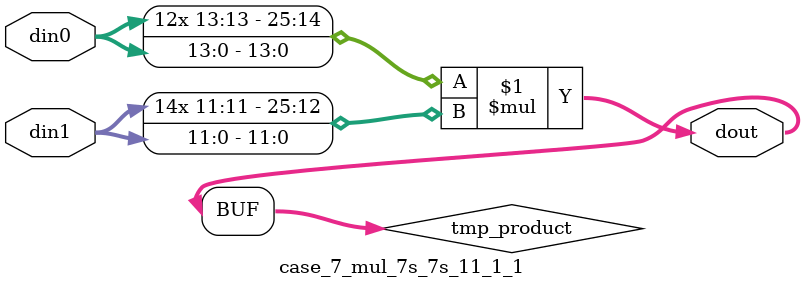
<source format=v>

`timescale 1 ns / 1 ps

 module case_7_mul_7s_7s_11_1_1(din0, din1, dout);
parameter ID = 1;
parameter NUM_STAGE = 0;
parameter din0_WIDTH = 14;
parameter din1_WIDTH = 12;
parameter dout_WIDTH = 26;

input [din0_WIDTH - 1 : 0] din0; 
input [din1_WIDTH - 1 : 0] din1; 
output [dout_WIDTH - 1 : 0] dout;

wire signed [dout_WIDTH - 1 : 0] tmp_product;



























assign tmp_product = $signed(din0) * $signed(din1);








assign dout = tmp_product;





















endmodule

</source>
